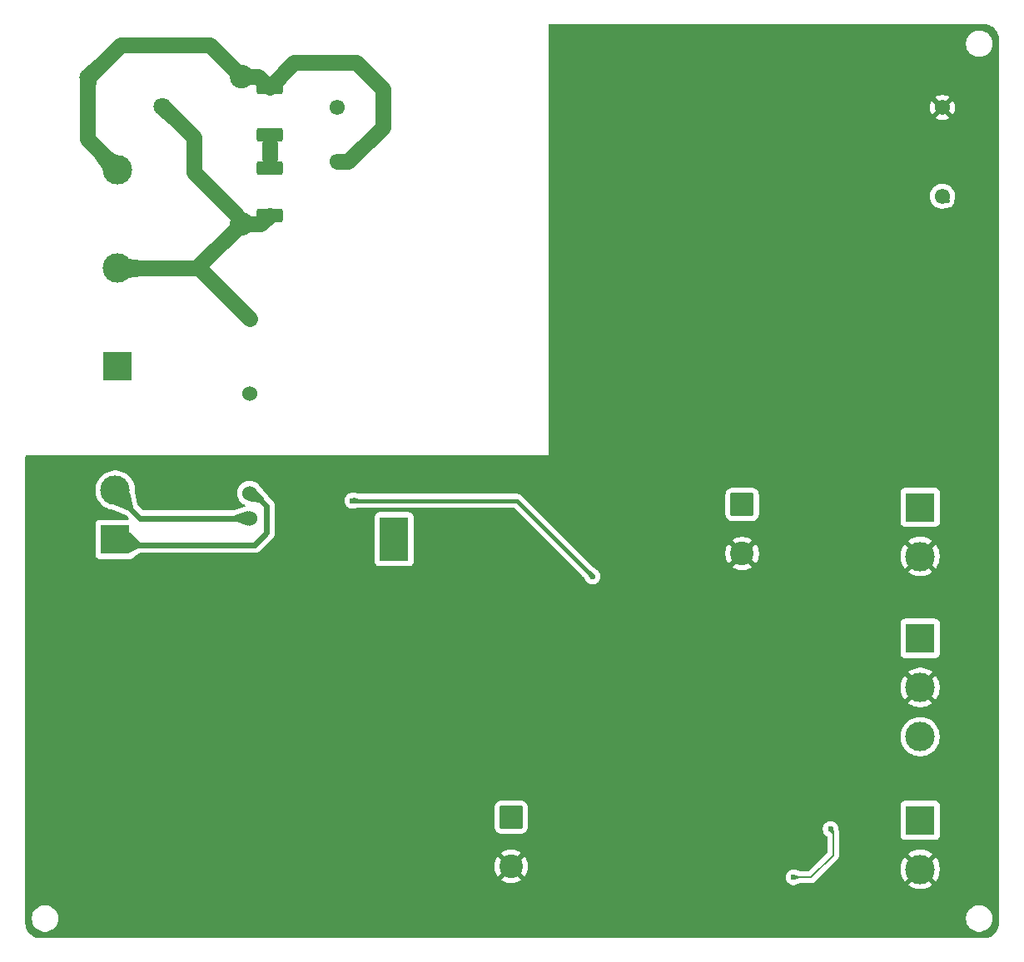
<source format=gbr>
%TF.GenerationSoftware,KiCad,Pcbnew,9.0.2*%
%TF.CreationDate,2025-06-19T15:47:43+12:00*%
%TF.ProjectId,ES-Speed-Box-Power,45532d53-7065-4656-942d-426f782d506f,rev?*%
%TF.SameCoordinates,Original*%
%TF.FileFunction,Copper,L2,Bot*%
%TF.FilePolarity,Positive*%
%FSLAX46Y46*%
G04 Gerber Fmt 4.6, Leading zero omitted, Abs format (unit mm)*
G04 Created by KiCad (PCBNEW 9.0.2) date 2025-06-19 15:47:43*
%MOMM*%
%LPD*%
G01*
G04 APERTURE LIST*
G04 Aperture macros list*
%AMRoundRect*
0 Rectangle with rounded corners*
0 $1 Rounding radius*
0 $2 $3 $4 $5 $6 $7 $8 $9 X,Y pos of 4 corners*
0 Add a 4 corners polygon primitive as box body*
4,1,4,$2,$3,$4,$5,$6,$7,$8,$9,$2,$3,0*
0 Add four circle primitives for the rounded corners*
1,1,$1+$1,$2,$3*
1,1,$1+$1,$4,$5*
1,1,$1+$1,$6,$7*
1,1,$1+$1,$8,$9*
0 Add four rect primitives between the rounded corners*
20,1,$1+$1,$2,$3,$4,$5,0*
20,1,$1+$1,$4,$5,$6,$7,0*
20,1,$1+$1,$6,$7,$8,$9,0*
20,1,$1+$1,$8,$9,$2,$3,0*%
G04 Aperture macros list end*
%TA.AperFunction,ComponentPad*%
%ADD10R,3.000000X3.000000*%
%TD*%
%TA.AperFunction,ComponentPad*%
%ADD11C,3.000000*%
%TD*%
%TA.AperFunction,ComponentPad*%
%ADD12C,0.600000*%
%TD*%
%TA.AperFunction,SMDPad,CuDef*%
%ADD13R,2.950000X4.500000*%
%TD*%
%TA.AperFunction,ComponentPad*%
%ADD14C,2.400000*%
%TD*%
%TA.AperFunction,ComponentPad*%
%ADD15RoundRect,0.250001X-0.949999X0.949999X-0.949999X-0.949999X0.949999X-0.949999X0.949999X0.949999X0*%
%TD*%
%TA.AperFunction,ComponentPad*%
%ADD16C,1.524000*%
%TD*%
%TA.AperFunction,ComponentPad*%
%ADD17C,1.549400*%
%TD*%
%TA.AperFunction,ComponentPad*%
%ADD18C,1.800000*%
%TD*%
%TA.AperFunction,SMDPad,CuDef*%
%ADD19RoundRect,0.249999X1.075001X-0.450001X1.075001X0.450001X-1.075001X0.450001X-1.075001X-0.450001X0*%
%TD*%
%TA.AperFunction,ViaPad*%
%ADD20C,0.600000*%
%TD*%
%TA.AperFunction,Conductor*%
%ADD21C,1.600000*%
%TD*%
%TA.AperFunction,Conductor*%
%ADD22C,0.400000*%
%TD*%
%TA.AperFunction,Conductor*%
%ADD23C,0.600000*%
%TD*%
%TA.AperFunction,Conductor*%
%ADD24C,0.200000*%
%TD*%
G04 APERTURE END LIST*
D10*
%TO.P,J1,1,Pin_1*%
%TO.N,EARTH*%
X51850000Y-72345000D03*
D11*
%TO.P,J1,3,Pin_3*%
%TO.N,PHASE*%
X51850000Y-62345000D03*
%TO.P,J1,5,Pin_5*%
%TO.N,NEUTRAL*%
X51850000Y-52345000D03*
%TD*%
D10*
%TO.P,J4,1,Pin_1*%
%TO.N,+12VDC*%
X133492500Y-86662500D03*
D11*
%TO.P,J4,2,Pin_2*%
%TO.N,GND*%
X133492500Y-91662500D03*
%TD*%
D12*
%TO.P,U2,9,GNDPAD*%
%TO.N,-24VDC*%
X80600000Y-91714998D03*
X80600000Y-90514998D03*
X80600000Y-89214998D03*
X80600000Y-88114998D03*
D13*
X80000000Y-89914998D03*
D12*
X79400000Y-91714998D03*
X79400000Y-90514998D03*
X79400000Y-89214998D03*
X79400000Y-88114998D03*
%TD*%
D10*
%TO.P,J5,1,Pin_1*%
%TO.N,+18VDC*%
X133500000Y-118500000D03*
D11*
%TO.P,J5,2,Pin_2*%
%TO.N,GND*%
X133500000Y-123500000D03*
%TD*%
D14*
%TO.P,C1,1*%
%TO.N,PHASE*%
X64450000Y-57807500D03*
%TO.P,C1,2*%
%TO.N,NEUTRAL*%
X64450000Y-42807500D03*
%TD*%
D15*
%TO.P,C208,1*%
%TO.N,+12VDC*%
X91900000Y-118200000D03*
D14*
%TO.P,C208,2*%
%TO.N,GND*%
X91900000Y-123200000D03*
%TD*%
D16*
%TO.P,S1,1,OUT1*%
%TO.N,PHASE*%
X65304100Y-67462300D03*
%TO.P,S1,2,OUT2*%
%TO.N,PHASE_SWITCHED*%
X65304100Y-75082300D03*
%TO.P,S1,3,IN+*%
%TO.N,/Power - Mains Input & 12V Trigger/TRIGGER+*%
X65304100Y-85242300D03*
%TO.P,S1,4,IN-*%
%TO.N,/Power - Mains Input & 12V Trigger/TRIGGER-*%
X65304100Y-87782300D03*
%TD*%
D15*
%TO.P,C200,1*%
%TO.N,+12VDC*%
X115400000Y-86384785D03*
D14*
%TO.P,C200,2*%
%TO.N,GND*%
X115400000Y-91384785D03*
%TD*%
D17*
%TO.P,U1,1,AC/L*%
%TO.N,PHASE_SWITCHED*%
X74249998Y-46005501D03*
%TO.P,U1,2,AC/N*%
%TO.N,NEUTRAL*%
X74249998Y-51505501D03*
%TO.P,U1,3,V+*%
%TO.N,+12VDC*%
X135750002Y-55005501D03*
%TO.P,U1,4,V-*%
%TO.N,GND*%
X135750002Y-46005501D03*
%TD*%
D18*
%TO.P,RV1,1*%
%TO.N,PHASE*%
X56400000Y-45857500D03*
%TO.P,RV1,2*%
%TO.N,NEUTRAL*%
X48900000Y-42957500D03*
%TD*%
D10*
%TO.P,J2,1,Pin_1*%
%TO.N,/Power - Mains Input & 12V Trigger/TRIGGER+*%
X51636600Y-89932300D03*
D11*
%TO.P,J2,2,Pin_2*%
%TO.N,/Power - Mains Input & 12V Trigger/TRIGGER-*%
X51636600Y-84932300D03*
%TD*%
D10*
%TO.P,J3,1,Pin_1*%
%TO.N,+24VDC*%
X133492500Y-100000000D03*
D11*
%TO.P,J3,2,Pin_2*%
%TO.N,GND*%
X133492500Y-105000000D03*
%TO.P,J3,3,Pin_3*%
%TO.N,-24VDC*%
X133492500Y-110000000D03*
%TD*%
D19*
%TO.P,R2,1*%
%TO.N,Net-(R1-Pad2)*%
X67312500Y-48745000D03*
%TO.P,R2,2*%
%TO.N,NEUTRAL*%
X67312500Y-43945000D03*
%TD*%
%TO.P,R1,1*%
%TO.N,PHASE*%
X67312500Y-56945000D03*
%TO.P,R1,2*%
%TO.N,Net-(R1-Pad2)*%
X67312500Y-52145000D03*
%TD*%
D20*
%TO.N,GND*%
X112886578Y-115886578D03*
X85500000Y-94500000D03*
X96000000Y-106000000D03*
X112800000Y-124325000D03*
X111900000Y-120925000D03*
X115600000Y-114774999D03*
X80750000Y-106000000D03*
X90500000Y-94500000D03*
X88500000Y-92500000D03*
X81750000Y-107000000D03*
X112800000Y-122625000D03*
X95000000Y-106000000D03*
X80750000Y-107000000D03*
X88500000Y-93500000D03*
X89500000Y-92500000D03*
X95000000Y-108000000D03*
X113936578Y-114836578D03*
X111900000Y-122625000D03*
X112800000Y-121825000D03*
X86500000Y-94500000D03*
X90500000Y-93500000D03*
X95000000Y-107000000D03*
X108700000Y-126625000D03*
X121700000Y-121400000D03*
X111900000Y-124325000D03*
X97000000Y-106000000D03*
X111900000Y-121825000D03*
X97000000Y-107000000D03*
X112800000Y-117400000D03*
X81750000Y-106000000D03*
X82750000Y-108000000D03*
X113800000Y-121825000D03*
X96000000Y-108000000D03*
X114800000Y-114774999D03*
X89500000Y-93500000D03*
X81750000Y-108000000D03*
X119200000Y-121400000D03*
X96000000Y-107000000D03*
X113800000Y-124325000D03*
X80750000Y-108000000D03*
X113436578Y-115336578D03*
X89500000Y-94500000D03*
X112800000Y-120925000D03*
X97000000Y-108000000D03*
X113800000Y-123525000D03*
X112800000Y-118300000D03*
X82750000Y-106000000D03*
X113800000Y-120925000D03*
X113800000Y-122625000D03*
X112800000Y-116700000D03*
X112800000Y-123525000D03*
X87500000Y-94500000D03*
X116800000Y-121300000D03*
X111900000Y-123525000D03*
X82750000Y-107000000D03*
X88500000Y-94500000D03*
X90500000Y-92500000D03*
%TO.N,Net-(U2-FB)*%
X100200000Y-93700000D03*
X75750000Y-86000000D03*
%TO.N,+18VDC*%
X120625735Y-124299265D03*
X124400000Y-119400000D03*
%TD*%
D21*
%TO.N,PHASE*%
X65304100Y-67462300D02*
X60186800Y-62345000D01*
X59912500Y-62345000D02*
X64450000Y-57807500D01*
X64450000Y-57807500D02*
X66450000Y-57807500D01*
X59650000Y-49035000D02*
X59650000Y-52607500D01*
X56472500Y-45857500D02*
X59650000Y-49035000D01*
X60186800Y-62345000D02*
X51850000Y-62345000D01*
X51960000Y-62345000D02*
X59912500Y-62345000D01*
X56400000Y-45857500D02*
X56472500Y-45857500D01*
X66450000Y-57807500D02*
X67312500Y-56945000D01*
X59650000Y-52607500D02*
X63950000Y-56907500D01*
%TO.N,NEUTRAL*%
X78825698Y-48025392D02*
X78825698Y-44110184D01*
X48900000Y-42957500D02*
X48850000Y-43007500D01*
X69827699Y-41429801D02*
X67312500Y-43945000D01*
X74249998Y-51505501D02*
X75345589Y-51505501D01*
X48850000Y-43007500D02*
X48850000Y-49234999D01*
X78825698Y-44110184D02*
X76145315Y-41429801D01*
X48850000Y-49234999D02*
X51960000Y-52344999D01*
X75345589Y-51505501D02*
X78825698Y-48025392D01*
X61277500Y-39635000D02*
X52222500Y-39635000D01*
X64450000Y-42807500D02*
X61277500Y-39635000D01*
X52222500Y-39635000D02*
X48900000Y-42957500D01*
X66175000Y-42807500D02*
X67312500Y-43945000D01*
X64450000Y-42807500D02*
X66175000Y-42807500D01*
X76145315Y-41429801D02*
X69827699Y-41429801D01*
D22*
%TO.N,+12VDC*%
X136237501Y-55493000D02*
X135750002Y-55005501D01*
D23*
%TO.N,/Power - Mains Input & 12V Trigger/TRIGGER+*%
X67054100Y-89278515D02*
X65852814Y-90479801D01*
D24*
X65304100Y-85242300D02*
X65776600Y-85242300D01*
D23*
X65776600Y-85242300D02*
X67054100Y-86519800D01*
X65852814Y-90479801D02*
X51866600Y-90479801D01*
X67054100Y-86519800D02*
X67054100Y-89278515D01*
%TO.N,/Power - Mains Input & 12V Trigger/TRIGGER-*%
X65304100Y-87782300D02*
X54169099Y-87782300D01*
X54169099Y-87782300D02*
X51866600Y-85479801D01*
D21*
%TO.N,Net-(R1-Pad2)*%
X67312500Y-49745000D02*
X67312500Y-51145000D01*
D22*
%TO.N,Net-(U2-FB)*%
X92500000Y-86000000D02*
X75750000Y-86000000D01*
X100200000Y-93700000D02*
X92500000Y-86000000D01*
D24*
%TO.N,+18VDC*%
X124650000Y-119650000D02*
X124650000Y-122075000D01*
X124650000Y-122075000D02*
X122425735Y-124299265D01*
X122425735Y-124299265D02*
X120625735Y-124299265D01*
X124400000Y-119400000D02*
X124600000Y-119400000D01*
X124400000Y-119400000D02*
X124650000Y-119650000D01*
%TD*%
%TA.AperFunction,Conductor*%
%TO.N,GND*%
G36*
X141499500Y-128995572D02*
G01*
X141499184Y-129004419D01*
X141484869Y-129204557D01*
X141482351Y-129222068D01*
X141440646Y-129413787D01*
X141435662Y-129430763D01*
X141367090Y-129614609D01*
X141359740Y-129630701D01*
X141265711Y-129802904D01*
X141256146Y-129817789D01*
X141138558Y-129974867D01*
X141126972Y-129988237D01*
X140988237Y-130126972D01*
X140974867Y-130138558D01*
X140817789Y-130256146D01*
X140802904Y-130265711D01*
X140630701Y-130359740D01*
X140614609Y-130367090D01*
X140430763Y-130435662D01*
X140413787Y-130440646D01*
X140222068Y-130482351D01*
X140204557Y-130484869D01*
X140023779Y-130497799D01*
X140004417Y-130499184D01*
X139995572Y-130499500D01*
X44004428Y-130499500D01*
X43995582Y-130499184D01*
X43973622Y-130497613D01*
X43795442Y-130484869D01*
X43777931Y-130482351D01*
X43586212Y-130440646D01*
X43569236Y-130435662D01*
X43385390Y-130367090D01*
X43369298Y-130359740D01*
X43197095Y-130265711D01*
X43182210Y-130256146D01*
X43025132Y-130138558D01*
X43011762Y-130126972D01*
X42873027Y-129988237D01*
X42861441Y-129974867D01*
X42743849Y-129817784D01*
X42734288Y-129802904D01*
X42640259Y-129630701D01*
X42632909Y-129614609D01*
X42572091Y-129451551D01*
X42564334Y-129430755D01*
X42559355Y-129413797D01*
X42517647Y-129222063D01*
X42515130Y-129204556D01*
X42500816Y-129004418D01*
X42500500Y-128995572D01*
X42500500Y-128393713D01*
X43149500Y-128393713D01*
X43149500Y-128606287D01*
X43182754Y-128816243D01*
X43243896Y-129004419D01*
X43248444Y-129018414D01*
X43344951Y-129207820D01*
X43469890Y-129379786D01*
X43620213Y-129530109D01*
X43792179Y-129655048D01*
X43792181Y-129655049D01*
X43792184Y-129655051D01*
X43981588Y-129751557D01*
X44183757Y-129817246D01*
X44393713Y-129850500D01*
X44393714Y-129850500D01*
X44606286Y-129850500D01*
X44606287Y-129850500D01*
X44816243Y-129817246D01*
X45018412Y-129751557D01*
X45207816Y-129655051D01*
X45263480Y-129614609D01*
X45379786Y-129530109D01*
X45379788Y-129530106D01*
X45379792Y-129530104D01*
X45530104Y-129379792D01*
X45530106Y-129379788D01*
X45530109Y-129379786D01*
X45655048Y-129207820D01*
X45655047Y-129207820D01*
X45655051Y-129207816D01*
X45751557Y-129018412D01*
X45817246Y-128816243D01*
X45850500Y-128606287D01*
X45850500Y-128393713D01*
X138149500Y-128393713D01*
X138149500Y-128606287D01*
X138182754Y-128816243D01*
X138243896Y-129004419D01*
X138248444Y-129018414D01*
X138344951Y-129207820D01*
X138469890Y-129379786D01*
X138620213Y-129530109D01*
X138792179Y-129655048D01*
X138792181Y-129655049D01*
X138792184Y-129655051D01*
X138981588Y-129751557D01*
X139183757Y-129817246D01*
X139393713Y-129850500D01*
X139393714Y-129850500D01*
X139606286Y-129850500D01*
X139606287Y-129850500D01*
X139816243Y-129817246D01*
X140018412Y-129751557D01*
X140207816Y-129655051D01*
X140263480Y-129614609D01*
X140379786Y-129530109D01*
X140379788Y-129530106D01*
X140379792Y-129530104D01*
X140530104Y-129379792D01*
X140530106Y-129379788D01*
X140530109Y-129379786D01*
X140655048Y-129207820D01*
X140655047Y-129207820D01*
X140655051Y-129207816D01*
X140751557Y-129018412D01*
X140817246Y-128816243D01*
X140850500Y-128606287D01*
X140850500Y-128393713D01*
X140817246Y-128183757D01*
X140751557Y-127981588D01*
X140655051Y-127792184D01*
X140655049Y-127792181D01*
X140655048Y-127792179D01*
X140530109Y-127620213D01*
X140379786Y-127469890D01*
X140207820Y-127344951D01*
X140018414Y-127248444D01*
X140018413Y-127248443D01*
X140018412Y-127248443D01*
X139816243Y-127182754D01*
X139816241Y-127182753D01*
X139816240Y-127182753D01*
X139654957Y-127157208D01*
X139606287Y-127149500D01*
X139393713Y-127149500D01*
X139345042Y-127157208D01*
X139183760Y-127182753D01*
X138981585Y-127248444D01*
X138792179Y-127344951D01*
X138620213Y-127469890D01*
X138469890Y-127620213D01*
X138344951Y-127792179D01*
X138248444Y-127981585D01*
X138182753Y-128183760D01*
X138149500Y-128393713D01*
X45850500Y-128393713D01*
X45817246Y-128183757D01*
X45751557Y-127981588D01*
X45655051Y-127792184D01*
X45655049Y-127792181D01*
X45655048Y-127792179D01*
X45530109Y-127620213D01*
X45379786Y-127469890D01*
X45207820Y-127344951D01*
X45018414Y-127248444D01*
X45018413Y-127248443D01*
X45018412Y-127248443D01*
X44816243Y-127182754D01*
X44816241Y-127182753D01*
X44816240Y-127182753D01*
X44654957Y-127157208D01*
X44606287Y-127149500D01*
X44393713Y-127149500D01*
X44345042Y-127157208D01*
X44183760Y-127182753D01*
X43981585Y-127248444D01*
X43792179Y-127344951D01*
X43620213Y-127469890D01*
X43469890Y-127620213D01*
X43344951Y-127792179D01*
X43248444Y-127981585D01*
X43182753Y-128183760D01*
X43149500Y-128393713D01*
X42500500Y-128393713D01*
X42500500Y-123088575D01*
X90200000Y-123088575D01*
X90200000Y-123311424D01*
X90229085Y-123532354D01*
X90229088Y-123532367D01*
X90286763Y-123747618D01*
X90372045Y-123953502D01*
X90372054Y-123953520D01*
X90483464Y-124146491D01*
X90483473Y-124146504D01*
X90534040Y-124212403D01*
X90534043Y-124212403D01*
X91335387Y-123411059D01*
X91340889Y-123431591D01*
X91419881Y-123568408D01*
X91531592Y-123680119D01*
X91668409Y-123759111D01*
X91688940Y-123764612D01*
X90887595Y-124565955D01*
X90887595Y-124565956D01*
X90953507Y-124616533D01*
X91146485Y-124727949D01*
X91146497Y-124727954D01*
X91352381Y-124813236D01*
X91567632Y-124870911D01*
X91567645Y-124870914D01*
X91788575Y-124900000D01*
X92011425Y-124900000D01*
X92232354Y-124870914D01*
X92232367Y-124870911D01*
X92447618Y-124813236D01*
X92653502Y-124727954D01*
X92653514Y-124727949D01*
X92846498Y-124616530D01*
X92912403Y-124565957D01*
X92912404Y-124565956D01*
X92566866Y-124220418D01*
X119825235Y-124220418D01*
X119825235Y-124378111D01*
X119855996Y-124532754D01*
X119855999Y-124532766D01*
X119916337Y-124678437D01*
X119916344Y-124678450D01*
X120003945Y-124809553D01*
X120003948Y-124809557D01*
X120115442Y-124921051D01*
X120115446Y-124921054D01*
X120246549Y-125008655D01*
X120246562Y-125008662D01*
X120365920Y-125058101D01*
X120392238Y-125069002D01*
X120546888Y-125099764D01*
X120546891Y-125099765D01*
X120546893Y-125099765D01*
X120704579Y-125099765D01*
X120704580Y-125099764D01*
X120859232Y-125069002D01*
X120880699Y-125060108D01*
X120885855Y-125058107D01*
X121302092Y-124907191D01*
X121344359Y-124899765D01*
X122339066Y-124899765D01*
X122339082Y-124899766D01*
X122346678Y-124899766D01*
X122504789Y-124899766D01*
X122504792Y-124899766D01*
X122657520Y-124858842D01*
X122714675Y-124825843D01*
X122794451Y-124779785D01*
X122906255Y-124667981D01*
X122906255Y-124667979D01*
X122916459Y-124657776D01*
X122916462Y-124657771D01*
X124205330Y-123368905D01*
X131500000Y-123368905D01*
X131500000Y-123631094D01*
X131534220Y-123891009D01*
X131534222Y-123891020D01*
X131602075Y-124144255D01*
X131702404Y-124386471D01*
X131702409Y-124386482D01*
X131833488Y-124613516D01*
X131833494Y-124613524D01*
X131920080Y-124726365D01*
X132898958Y-123747487D01*
X132923978Y-123807890D01*
X132995112Y-123914351D01*
X133085649Y-124004888D01*
X133192110Y-124076022D01*
X133252511Y-124101041D01*
X132273633Y-125079917D01*
X132273633Y-125079918D01*
X132386475Y-125166505D01*
X132386483Y-125166511D01*
X132613517Y-125297590D01*
X132613528Y-125297595D01*
X132855744Y-125397924D01*
X133108979Y-125465777D01*
X133108990Y-125465779D01*
X133368905Y-125499999D01*
X133368920Y-125500000D01*
X133631080Y-125500000D01*
X133631094Y-125499999D01*
X133891009Y-125465779D01*
X133891020Y-125465777D01*
X134144255Y-125397924D01*
X134386471Y-125297595D01*
X134386482Y-125297590D01*
X134613516Y-125166511D01*
X134613534Y-125166499D01*
X134726365Y-125079919D01*
X134726365Y-125079917D01*
X133747488Y-124101041D01*
X133807890Y-124076022D01*
X133914351Y-124004888D01*
X134004888Y-123914351D01*
X134076022Y-123807890D01*
X134101041Y-123747489D01*
X135079917Y-124726365D01*
X135079919Y-124726365D01*
X135166499Y-124613534D01*
X135166511Y-124613516D01*
X135297590Y-124386482D01*
X135297595Y-124386471D01*
X135397924Y-124144255D01*
X135465777Y-123891020D01*
X135465779Y-123891009D01*
X135499999Y-123631094D01*
X135500000Y-123631080D01*
X135500000Y-123368919D01*
X135499999Y-123368905D01*
X135465779Y-123108990D01*
X135465777Y-123108979D01*
X135397924Y-122855744D01*
X135297595Y-122613528D01*
X135297590Y-122613517D01*
X135166511Y-122386483D01*
X135166505Y-122386475D01*
X135079918Y-122273633D01*
X135079917Y-122273633D01*
X134101041Y-123252510D01*
X134076022Y-123192110D01*
X134004888Y-123085649D01*
X133914351Y-122995112D01*
X133807890Y-122923978D01*
X133747487Y-122898957D01*
X134726365Y-121920080D01*
X134613524Y-121833494D01*
X134613516Y-121833488D01*
X134386482Y-121702409D01*
X134386471Y-121702404D01*
X134144255Y-121602075D01*
X133891020Y-121534222D01*
X133891009Y-121534220D01*
X133631094Y-121500000D01*
X133368905Y-121500000D01*
X133108990Y-121534220D01*
X133108979Y-121534222D01*
X132855744Y-121602075D01*
X132613528Y-121702404D01*
X132613517Y-121702409D01*
X132386471Y-121833496D01*
X132273633Y-121920079D01*
X132273633Y-121920080D01*
X133252511Y-122898958D01*
X133192110Y-122923978D01*
X133085649Y-122995112D01*
X132995112Y-123085649D01*
X132923978Y-123192110D01*
X132898958Y-123252511D01*
X131920080Y-122273633D01*
X131920079Y-122273633D01*
X131833496Y-122386471D01*
X131702409Y-122613517D01*
X131702404Y-122613528D01*
X131602075Y-122855744D01*
X131534222Y-123108979D01*
X131534220Y-123108990D01*
X131500000Y-123368905D01*
X124205330Y-123368905D01*
X125130520Y-122443716D01*
X125209577Y-122306784D01*
X125250501Y-122154057D01*
X125250501Y-121995942D01*
X125250501Y-121988347D01*
X125250500Y-121988329D01*
X125250500Y-119855888D01*
X125250607Y-119850731D01*
X125250608Y-119850701D01*
X125251606Y-119826736D01*
X125251134Y-119822084D01*
X125250500Y-119809562D01*
X125250500Y-119570945D01*
X125250500Y-119570943D01*
X125213041Y-119431145D01*
X125209453Y-119411593D01*
X125201134Y-119329652D01*
X125200814Y-119323340D01*
X125200500Y-119320953D01*
X125200500Y-119320943D01*
X125200497Y-119320932D01*
X125199641Y-119314425D01*
X125199221Y-119310826D01*
X125198445Y-119303171D01*
X125195606Y-119280376D01*
X125195449Y-119279313D01*
X125178266Y-119203688D01*
X125178263Y-119203683D01*
X125178137Y-119203125D01*
X125173946Y-119187663D01*
X125169737Y-119166503D01*
X125154651Y-119130082D01*
X125109397Y-119020827D01*
X125109390Y-119020814D01*
X125021789Y-118889711D01*
X125021786Y-118889707D01*
X124910292Y-118778213D01*
X124910288Y-118778210D01*
X124779185Y-118690609D01*
X124779172Y-118690602D01*
X124633501Y-118630264D01*
X124633489Y-118630261D01*
X124478845Y-118599500D01*
X124478842Y-118599500D01*
X124321158Y-118599500D01*
X124321155Y-118599500D01*
X124166510Y-118630261D01*
X124166498Y-118630264D01*
X124020827Y-118690602D01*
X124020814Y-118690609D01*
X123889711Y-118778210D01*
X123889707Y-118778213D01*
X123778213Y-118889707D01*
X123778210Y-118889711D01*
X123690609Y-119020814D01*
X123690602Y-119020827D01*
X123630264Y-119166498D01*
X123630261Y-119166510D01*
X123599500Y-119321153D01*
X123599500Y-119478846D01*
X123630261Y-119633489D01*
X123630264Y-119633501D01*
X123690602Y-119779172D01*
X123690609Y-119779185D01*
X123778210Y-119910288D01*
X123778213Y-119910292D01*
X123889704Y-120021783D01*
X123889709Y-120021787D01*
X123889711Y-120021789D01*
X123905967Y-120032651D01*
X123908903Y-120034613D01*
X123917598Y-120040987D01*
X123923301Y-120045562D01*
X123935731Y-120058202D01*
X124001879Y-120108593D01*
X124003089Y-120109564D01*
X124022215Y-120136979D01*
X124042042Y-120163935D01*
X124042386Y-120165893D01*
X124043066Y-120166867D01*
X124043205Y-120170543D01*
X124049500Y-120206290D01*
X124049500Y-121774902D01*
X124029815Y-121841941D01*
X124013181Y-121862583D01*
X122213319Y-123662446D01*
X122151996Y-123695931D01*
X122125638Y-123698765D01*
X121344360Y-123698765D01*
X121302093Y-123691339D01*
X120887225Y-123540917D01*
X120887191Y-123540905D01*
X120883251Y-123539477D01*
X120859232Y-123529528D01*
X120845726Y-123526841D01*
X120833913Y-123523044D01*
X120832255Y-123522577D01*
X120735528Y-123504642D01*
X120731333Y-123504087D01*
X120727027Y-123503230D01*
X120704577Y-123498765D01*
X120546893Y-123498765D01*
X120546890Y-123498765D01*
X120392245Y-123529526D01*
X120392233Y-123529529D01*
X120246562Y-123589867D01*
X120246549Y-123589874D01*
X120115446Y-123677475D01*
X120115442Y-123677478D01*
X120003948Y-123788972D01*
X120003945Y-123788976D01*
X119916344Y-123920079D01*
X119916337Y-123920092D01*
X119855999Y-124065763D01*
X119855996Y-124065775D01*
X119825235Y-124220418D01*
X92566866Y-124220418D01*
X92111059Y-123764612D01*
X92131591Y-123759111D01*
X92268408Y-123680119D01*
X92380119Y-123568408D01*
X92459111Y-123431591D01*
X92464612Y-123411059D01*
X93265956Y-124212404D01*
X93265957Y-124212403D01*
X93316525Y-124146504D01*
X93316534Y-124146491D01*
X93427949Y-123953514D01*
X93427954Y-123953502D01*
X93513236Y-123747618D01*
X93570911Y-123532367D01*
X93570914Y-123532354D01*
X93600000Y-123311424D01*
X93600000Y-123088575D01*
X93570914Y-122867645D01*
X93570911Y-122867632D01*
X93513236Y-122652381D01*
X93427954Y-122446497D01*
X93427949Y-122446485D01*
X93316533Y-122253507D01*
X93265956Y-122187595D01*
X93265955Y-122187595D01*
X92464612Y-122988939D01*
X92459111Y-122968409D01*
X92380119Y-122831592D01*
X92268408Y-122719881D01*
X92131591Y-122640889D01*
X92111058Y-122635387D01*
X92912403Y-121834043D01*
X92912403Y-121834040D01*
X92846504Y-121783473D01*
X92846491Y-121783464D01*
X92653520Y-121672054D01*
X92653502Y-121672045D01*
X92447618Y-121586763D01*
X92232367Y-121529088D01*
X92232354Y-121529085D01*
X92011425Y-121500000D01*
X91788575Y-121500000D01*
X91567645Y-121529085D01*
X91567632Y-121529088D01*
X91352381Y-121586763D01*
X91146497Y-121672045D01*
X91146479Y-121672054D01*
X90953511Y-121783462D01*
X90887595Y-121834042D01*
X91688941Y-122635387D01*
X91668409Y-122640889D01*
X91531592Y-122719881D01*
X91419881Y-122831592D01*
X91340889Y-122968409D01*
X91335387Y-122988940D01*
X90534042Y-122187595D01*
X90483462Y-122253511D01*
X90372054Y-122446479D01*
X90372045Y-122446497D01*
X90286763Y-122652381D01*
X90229088Y-122867632D01*
X90229085Y-122867645D01*
X90200000Y-123088575D01*
X42500500Y-123088575D01*
X42500500Y-117199984D01*
X90199500Y-117199984D01*
X90199500Y-119200015D01*
X90210000Y-119302795D01*
X90210001Y-119302797D01*
X90218900Y-119329652D01*
X90265186Y-119469335D01*
X90265187Y-119469337D01*
X90357286Y-119618651D01*
X90357289Y-119618655D01*
X90481344Y-119742710D01*
X90481348Y-119742713D01*
X90630662Y-119834812D01*
X90630664Y-119834813D01*
X90630666Y-119834814D01*
X90797203Y-119889999D01*
X90899992Y-119900500D01*
X90899997Y-119900500D01*
X92900003Y-119900500D01*
X92900008Y-119900500D01*
X93002797Y-119889999D01*
X93169334Y-119834814D01*
X93318655Y-119742711D01*
X93442711Y-119618655D01*
X93534814Y-119469334D01*
X93589999Y-119302797D01*
X93600500Y-119200008D01*
X93600500Y-117199992D01*
X93589999Y-117097203D01*
X93541928Y-116952135D01*
X131499500Y-116952135D01*
X131499500Y-120047870D01*
X131499501Y-120047876D01*
X131505908Y-120107483D01*
X131556202Y-120242328D01*
X131556206Y-120242335D01*
X131642452Y-120357544D01*
X131642455Y-120357547D01*
X131757664Y-120443793D01*
X131757671Y-120443797D01*
X131892517Y-120494091D01*
X131892516Y-120494091D01*
X131899444Y-120494835D01*
X131952127Y-120500500D01*
X135047872Y-120500499D01*
X135107483Y-120494091D01*
X135242331Y-120443796D01*
X135357546Y-120357546D01*
X135443796Y-120242331D01*
X135494091Y-120107483D01*
X135500500Y-120047873D01*
X135500499Y-116952128D01*
X135494091Y-116892517D01*
X135443796Y-116757669D01*
X135443795Y-116757668D01*
X135443793Y-116757664D01*
X135357547Y-116642455D01*
X135357544Y-116642452D01*
X135242335Y-116556206D01*
X135242328Y-116556202D01*
X135107482Y-116505908D01*
X135107483Y-116505908D01*
X135047883Y-116499501D01*
X135047881Y-116499500D01*
X135047873Y-116499500D01*
X135047864Y-116499500D01*
X131952129Y-116499500D01*
X131952123Y-116499501D01*
X131892516Y-116505908D01*
X131757671Y-116556202D01*
X131757664Y-116556206D01*
X131642455Y-116642452D01*
X131642452Y-116642455D01*
X131556206Y-116757664D01*
X131556202Y-116757671D01*
X131505908Y-116892517D01*
X131501807Y-116930666D01*
X131499501Y-116952123D01*
X131499500Y-116952135D01*
X93541928Y-116952135D01*
X93534814Y-116930666D01*
X93511283Y-116892517D01*
X93442713Y-116781348D01*
X93442710Y-116781344D01*
X93318655Y-116657289D01*
X93318651Y-116657286D01*
X93169337Y-116565187D01*
X93169335Y-116565186D01*
X93086065Y-116537593D01*
X93002797Y-116510001D01*
X93002795Y-116510000D01*
X92900015Y-116499500D01*
X92900008Y-116499500D01*
X90899992Y-116499500D01*
X90899984Y-116499500D01*
X90797204Y-116510000D01*
X90797203Y-116510001D01*
X90630664Y-116565186D01*
X90630662Y-116565187D01*
X90481348Y-116657286D01*
X90481344Y-116657289D01*
X90357289Y-116781344D01*
X90357286Y-116781348D01*
X90265187Y-116930662D01*
X90265186Y-116930664D01*
X90210001Y-117097203D01*
X90210000Y-117097204D01*
X90199500Y-117199984D01*
X42500500Y-117199984D01*
X42500500Y-109868872D01*
X131492000Y-109868872D01*
X131492000Y-110131127D01*
X131518623Y-110333339D01*
X131526230Y-110391116D01*
X131594102Y-110644418D01*
X131594105Y-110644428D01*
X131694453Y-110886690D01*
X131694458Y-110886700D01*
X131825575Y-111113803D01*
X131985218Y-111321851D01*
X131985226Y-111321860D01*
X132170640Y-111507274D01*
X132170648Y-111507281D01*
X132378696Y-111666924D01*
X132605799Y-111798041D01*
X132605809Y-111798046D01*
X132848071Y-111898394D01*
X132848081Y-111898398D01*
X133101384Y-111966270D01*
X133361380Y-112000500D01*
X133361387Y-112000500D01*
X133623613Y-112000500D01*
X133623620Y-112000500D01*
X133883616Y-111966270D01*
X134136919Y-111898398D01*
X134379197Y-111798043D01*
X134606303Y-111666924D01*
X134814351Y-111507282D01*
X134814355Y-111507277D01*
X134814360Y-111507274D01*
X134999774Y-111321860D01*
X134999777Y-111321855D01*
X134999782Y-111321851D01*
X135159424Y-111113803D01*
X135290543Y-110886697D01*
X135390898Y-110644419D01*
X135458770Y-110391116D01*
X135493000Y-110131120D01*
X135493000Y-109868880D01*
X135458770Y-109608884D01*
X135390898Y-109355581D01*
X135390894Y-109355571D01*
X135290546Y-109113309D01*
X135290541Y-109113299D01*
X135159424Y-108886196D01*
X134999781Y-108678148D01*
X134999774Y-108678140D01*
X134814360Y-108492726D01*
X134814351Y-108492718D01*
X134606303Y-108333075D01*
X134379200Y-108201958D01*
X134379190Y-108201953D01*
X134136928Y-108101605D01*
X134136921Y-108101603D01*
X134136919Y-108101602D01*
X133883616Y-108033730D01*
X133825839Y-108026123D01*
X133623627Y-107999500D01*
X133623620Y-107999500D01*
X133361380Y-107999500D01*
X133361372Y-107999500D01*
X133130272Y-108029926D01*
X133101384Y-108033730D01*
X132848081Y-108101602D01*
X132848071Y-108101605D01*
X132605809Y-108201953D01*
X132605799Y-108201958D01*
X132378696Y-108333075D01*
X132170648Y-108492718D01*
X131985218Y-108678148D01*
X131825575Y-108886196D01*
X131694458Y-109113299D01*
X131694453Y-109113309D01*
X131594105Y-109355571D01*
X131594102Y-109355581D01*
X131526230Y-109608885D01*
X131492000Y-109868872D01*
X42500500Y-109868872D01*
X42500500Y-104868905D01*
X131492500Y-104868905D01*
X131492500Y-105131094D01*
X131526720Y-105391009D01*
X131526722Y-105391020D01*
X131594575Y-105644255D01*
X131694904Y-105886471D01*
X131694909Y-105886482D01*
X131825988Y-106113516D01*
X131825994Y-106113524D01*
X131912580Y-106226365D01*
X132891458Y-105247487D01*
X132916478Y-105307890D01*
X132987612Y-105414351D01*
X133078149Y-105504888D01*
X133184610Y-105576022D01*
X133245011Y-105601041D01*
X132266133Y-106579917D01*
X132266133Y-106579918D01*
X132378975Y-106666505D01*
X132378983Y-106666511D01*
X132606017Y-106797590D01*
X132606028Y-106797595D01*
X132848244Y-106897924D01*
X133101479Y-106965777D01*
X133101490Y-106965779D01*
X133361405Y-106999999D01*
X133361420Y-107000000D01*
X133623580Y-107000000D01*
X133623594Y-106999999D01*
X133883509Y-106965779D01*
X133883520Y-106965777D01*
X134136755Y-106897924D01*
X134378971Y-106797595D01*
X134378982Y-106797590D01*
X134606016Y-106666511D01*
X134606034Y-106666499D01*
X134718865Y-106579919D01*
X134718865Y-106579917D01*
X133739988Y-105601041D01*
X133800390Y-105576022D01*
X133906851Y-105504888D01*
X133997388Y-105414351D01*
X134068522Y-105307890D01*
X134093541Y-105247488D01*
X135072417Y-106226365D01*
X135072419Y-106226365D01*
X135158999Y-106113534D01*
X135159011Y-106113516D01*
X135290090Y-105886482D01*
X135290095Y-105886471D01*
X135390424Y-105644255D01*
X135458277Y-105391020D01*
X135458279Y-105391009D01*
X135492499Y-105131094D01*
X135492500Y-105131080D01*
X135492500Y-104868919D01*
X135492499Y-104868905D01*
X135458279Y-104608990D01*
X135458277Y-104608979D01*
X135390424Y-104355744D01*
X135290095Y-104113528D01*
X135290090Y-104113517D01*
X135159011Y-103886483D01*
X135159005Y-103886475D01*
X135072418Y-103773633D01*
X135072417Y-103773633D01*
X134093541Y-104752510D01*
X134068522Y-104692110D01*
X133997388Y-104585649D01*
X133906851Y-104495112D01*
X133800390Y-104423978D01*
X133739987Y-104398957D01*
X134718865Y-103420080D01*
X134606024Y-103333494D01*
X134606016Y-103333488D01*
X134378982Y-103202409D01*
X134378971Y-103202404D01*
X134136755Y-103102075D01*
X133883520Y-103034222D01*
X133883509Y-103034220D01*
X133623594Y-103000000D01*
X133361405Y-103000000D01*
X133101490Y-103034220D01*
X133101479Y-103034222D01*
X132848244Y-103102075D01*
X132606028Y-103202404D01*
X132606017Y-103202409D01*
X132378971Y-103333496D01*
X132266133Y-103420079D01*
X132266133Y-103420080D01*
X133245011Y-104398958D01*
X133184610Y-104423978D01*
X133078149Y-104495112D01*
X132987612Y-104585649D01*
X132916478Y-104692110D01*
X132891458Y-104752511D01*
X131912580Y-103773633D01*
X131912579Y-103773633D01*
X131825996Y-103886471D01*
X131694909Y-104113517D01*
X131694904Y-104113528D01*
X131594575Y-104355744D01*
X131526722Y-104608979D01*
X131526720Y-104608990D01*
X131492500Y-104868905D01*
X42500500Y-104868905D01*
X42500500Y-98452135D01*
X131492000Y-98452135D01*
X131492000Y-101547870D01*
X131492001Y-101547876D01*
X131498408Y-101607483D01*
X131548702Y-101742328D01*
X131548706Y-101742335D01*
X131634952Y-101857544D01*
X131634955Y-101857547D01*
X131750164Y-101943793D01*
X131750171Y-101943797D01*
X131885017Y-101994091D01*
X131885016Y-101994091D01*
X131891944Y-101994835D01*
X131944627Y-102000500D01*
X135040372Y-102000499D01*
X135099983Y-101994091D01*
X135234831Y-101943796D01*
X135350046Y-101857546D01*
X135436296Y-101742331D01*
X135486591Y-101607483D01*
X135493000Y-101547873D01*
X135492999Y-98452128D01*
X135486591Y-98392517D01*
X135436296Y-98257669D01*
X135436295Y-98257668D01*
X135436293Y-98257664D01*
X135350047Y-98142455D01*
X135350044Y-98142452D01*
X135234835Y-98056206D01*
X135234828Y-98056202D01*
X135099982Y-98005908D01*
X135099983Y-98005908D01*
X135040383Y-97999501D01*
X135040381Y-97999500D01*
X135040373Y-97999500D01*
X135040364Y-97999500D01*
X131944629Y-97999500D01*
X131944623Y-97999501D01*
X131885016Y-98005908D01*
X131750171Y-98056202D01*
X131750164Y-98056206D01*
X131634955Y-98142452D01*
X131634952Y-98142455D01*
X131548706Y-98257664D01*
X131548702Y-98257671D01*
X131498408Y-98392517D01*
X131492001Y-98452116D01*
X131492001Y-98452123D01*
X131492000Y-98452135D01*
X42500500Y-98452135D01*
X42500500Y-84801172D01*
X49636100Y-84801172D01*
X49636100Y-85063427D01*
X49658066Y-85230263D01*
X49670330Y-85323416D01*
X49738202Y-85576718D01*
X49738205Y-85576728D01*
X49838553Y-85818990D01*
X49838558Y-85819000D01*
X49969675Y-86046103D01*
X50129318Y-86254151D01*
X50129326Y-86254160D01*
X50314740Y-86439574D01*
X50314748Y-86439581D01*
X50314749Y-86439582D01*
X50324668Y-86447193D01*
X50522796Y-86599224D01*
X50749899Y-86730341D01*
X50749909Y-86730346D01*
X50992171Y-86830694D01*
X50992181Y-86830698D01*
X51245484Y-86898570D01*
X51449466Y-86925424D01*
X51459949Y-86926805D01*
X51493800Y-86936287D01*
X51552365Y-86962115D01*
X52719843Y-87476989D01*
X52757486Y-87502764D01*
X52974841Y-87720119D01*
X53008326Y-87781442D01*
X53003342Y-87851134D01*
X52961470Y-87907067D01*
X52896006Y-87931484D01*
X52887160Y-87931800D01*
X50088729Y-87931800D01*
X50088723Y-87931801D01*
X50029116Y-87938208D01*
X49894271Y-87988502D01*
X49894264Y-87988506D01*
X49779055Y-88074752D01*
X49779052Y-88074755D01*
X49692806Y-88189964D01*
X49692802Y-88189971D01*
X49642508Y-88324817D01*
X49636101Y-88384416D01*
X49636100Y-88384435D01*
X49636100Y-91480170D01*
X49636101Y-91480176D01*
X49642508Y-91539783D01*
X49692802Y-91674628D01*
X49692806Y-91674635D01*
X49779052Y-91789844D01*
X49779055Y-91789847D01*
X49894264Y-91876093D01*
X49894271Y-91876097D01*
X50029117Y-91926391D01*
X50029116Y-91926391D01*
X50036044Y-91927135D01*
X50088727Y-91932800D01*
X53184472Y-91932799D01*
X53244083Y-91926391D01*
X53378931Y-91876096D01*
X53494146Y-91789846D01*
X53580396Y-91674631D01*
X53585405Y-91661198D01*
X53627273Y-91605265D01*
X53645708Y-91593834D01*
X54240498Y-91293603D01*
X54296374Y-91280301D01*
X65931658Y-91280301D01*
X65931659Y-91280300D01*
X66086311Y-91249538D01*
X66231993Y-91189195D01*
X66363103Y-91101590D01*
X67675889Y-89788804D01*
X67763494Y-89657694D01*
X67823837Y-89512012D01*
X67854600Y-89357357D01*
X67854600Y-89199673D01*
X67854600Y-87617133D01*
X78024500Y-87617133D01*
X78024500Y-92212868D01*
X78024501Y-92212874D01*
X78030908Y-92272481D01*
X78081202Y-92407326D01*
X78081206Y-92407333D01*
X78167452Y-92522542D01*
X78167455Y-92522545D01*
X78282664Y-92608791D01*
X78282671Y-92608795D01*
X78417517Y-92659089D01*
X78417516Y-92659089D01*
X78424444Y-92659833D01*
X78477127Y-92665498D01*
X81522872Y-92665497D01*
X81582483Y-92659089D01*
X81717331Y-92608794D01*
X81832546Y-92522544D01*
X81918796Y-92407329D01*
X81969091Y-92272481D01*
X81975500Y-92212871D01*
X81975499Y-87617126D01*
X81969091Y-87557515D01*
X81948670Y-87502764D01*
X81918797Y-87422669D01*
X81918793Y-87422662D01*
X81832547Y-87307453D01*
X81832544Y-87307450D01*
X81717335Y-87221204D01*
X81717328Y-87221200D01*
X81582482Y-87170906D01*
X81582483Y-87170906D01*
X81522883Y-87164499D01*
X81522881Y-87164498D01*
X81522873Y-87164498D01*
X81522864Y-87164498D01*
X78477129Y-87164498D01*
X78477123Y-87164499D01*
X78417516Y-87170906D01*
X78282671Y-87221200D01*
X78282664Y-87221204D01*
X78167455Y-87307450D01*
X78167452Y-87307453D01*
X78081206Y-87422662D01*
X78081202Y-87422669D01*
X78030908Y-87557515D01*
X78024501Y-87617114D01*
X78024501Y-87617121D01*
X78024500Y-87617133D01*
X67854600Y-87617133D01*
X67854600Y-86440958D01*
X67854600Y-86440955D01*
X67854599Y-86440953D01*
X67849274Y-86414182D01*
X67823837Y-86286303D01*
X67790276Y-86205278D01*
X67763497Y-86140627D01*
X67763490Y-86140614D01*
X67675889Y-86009511D01*
X67675886Y-86009507D01*
X67669131Y-86002752D01*
X67669126Y-86002748D01*
X67587531Y-85921153D01*
X74949500Y-85921153D01*
X74949500Y-86078846D01*
X74980261Y-86233489D01*
X74980264Y-86233501D01*
X75040602Y-86379172D01*
X75040609Y-86379185D01*
X75128210Y-86510288D01*
X75128213Y-86510292D01*
X75239707Y-86621786D01*
X75239711Y-86621789D01*
X75370814Y-86709390D01*
X75370827Y-86709397D01*
X75437031Y-86736819D01*
X75516503Y-86769737D01*
X75633921Y-86793093D01*
X75671153Y-86800499D01*
X75671156Y-86800500D01*
X75671158Y-86800500D01*
X75828842Y-86800500D01*
X75866078Y-86793092D01*
X75886390Y-86790771D01*
X75893418Y-86790550D01*
X75907337Y-86790115D01*
X76406120Y-86702374D01*
X76427603Y-86700500D01*
X92158481Y-86700500D01*
X92225520Y-86720185D01*
X92246162Y-86736819D01*
X99225526Y-93716182D01*
X99239391Y-93732698D01*
X99482209Y-94079179D01*
X99530049Y-94147442D01*
X99559215Y-94185143D01*
X99559219Y-94185147D01*
X99559856Y-94185826D01*
X99572513Y-94201762D01*
X99578211Y-94210289D01*
X99689708Y-94321786D01*
X99689712Y-94321790D01*
X99820814Y-94409390D01*
X99820827Y-94409397D01*
X99966498Y-94469735D01*
X99966503Y-94469737D01*
X100121153Y-94500499D01*
X100121156Y-94500500D01*
X100121158Y-94500500D01*
X100278844Y-94500500D01*
X100278845Y-94500499D01*
X100433497Y-94469737D01*
X100579179Y-94409394D01*
X100710289Y-94321789D01*
X100821789Y-94210289D01*
X100909394Y-94079179D01*
X100969737Y-93933497D01*
X101000500Y-93778842D01*
X101000500Y-93621158D01*
X101000500Y-93621155D01*
X101000499Y-93621153D01*
X100969738Y-93466510D01*
X100969737Y-93466503D01*
X100967081Y-93460090D01*
X100909397Y-93320827D01*
X100909390Y-93320814D01*
X100821789Y-93189711D01*
X100821786Y-93189707D01*
X100710292Y-93078213D01*
X100710288Y-93078210D01*
X100678725Y-93057120D01*
X100662728Y-93044406D01*
X100647442Y-93030049D01*
X100284970Y-92776024D01*
X100232698Y-92739391D01*
X100216182Y-92725526D01*
X98764016Y-91273360D01*
X113700000Y-91273360D01*
X113700000Y-91496209D01*
X113729085Y-91717139D01*
X113729088Y-91717152D01*
X113786763Y-91932403D01*
X113872045Y-92138287D01*
X113872054Y-92138305D01*
X113983464Y-92331276D01*
X113983473Y-92331289D01*
X114034040Y-92397188D01*
X114034043Y-92397188D01*
X114835387Y-91595844D01*
X114840889Y-91616376D01*
X114919881Y-91753193D01*
X115031592Y-91864904D01*
X115168409Y-91943896D01*
X115188940Y-91949397D01*
X114387595Y-92750740D01*
X114387595Y-92750741D01*
X114453507Y-92801318D01*
X114646485Y-92912734D01*
X114646497Y-92912739D01*
X114852381Y-92998021D01*
X115067632Y-93055696D01*
X115067645Y-93055699D01*
X115288575Y-93084785D01*
X115511425Y-93084785D01*
X115612138Y-93071526D01*
X115732354Y-93055699D01*
X115732367Y-93055696D01*
X115947618Y-92998021D01*
X116153502Y-92912739D01*
X116153514Y-92912734D01*
X116346498Y-92801315D01*
X116412403Y-92750742D01*
X116412404Y-92750741D01*
X115611059Y-91949397D01*
X115631591Y-91943896D01*
X115768408Y-91864904D01*
X115880119Y-91753193D01*
X115959111Y-91616376D01*
X115964612Y-91595844D01*
X116765956Y-92397189D01*
X116765957Y-92397188D01*
X116816530Y-92331283D01*
X116927949Y-92138299D01*
X116927954Y-92138287D01*
X117013236Y-91932403D01*
X117070911Y-91717152D01*
X117070914Y-91717139D01*
X117095366Y-91531405D01*
X131492500Y-91531405D01*
X131492500Y-91793594D01*
X131526720Y-92053509D01*
X131526722Y-92053520D01*
X131594575Y-92306755D01*
X131694904Y-92548971D01*
X131694909Y-92548982D01*
X131825988Y-92776016D01*
X131825994Y-92776024D01*
X131912580Y-92888865D01*
X132891458Y-91909987D01*
X132916478Y-91970390D01*
X132987612Y-92076851D01*
X133078149Y-92167388D01*
X133184610Y-92238522D01*
X133245011Y-92263541D01*
X132266133Y-93242417D01*
X132266133Y-93242418D01*
X132378975Y-93329005D01*
X132378983Y-93329011D01*
X132606017Y-93460090D01*
X132606028Y-93460095D01*
X132848244Y-93560424D01*
X133101479Y-93628277D01*
X133101490Y-93628279D01*
X133361405Y-93662499D01*
X133361420Y-93662500D01*
X133623580Y-93662500D01*
X133623594Y-93662499D01*
X133883509Y-93628279D01*
X133883520Y-93628277D01*
X134136755Y-93560424D01*
X134378971Y-93460095D01*
X134378982Y-93460090D01*
X134606016Y-93329011D01*
X134606034Y-93328999D01*
X134718865Y-93242419D01*
X134718865Y-93242417D01*
X133739988Y-92263541D01*
X133800390Y-92238522D01*
X133906851Y-92167388D01*
X133997388Y-92076851D01*
X134068522Y-91970390D01*
X134093541Y-91909988D01*
X135072417Y-92888865D01*
X135072419Y-92888865D01*
X135158999Y-92776034D01*
X135159011Y-92776016D01*
X135290090Y-92548982D01*
X135290095Y-92548971D01*
X135390424Y-92306755D01*
X135458277Y-92053520D01*
X135458279Y-92053509D01*
X135492499Y-91793594D01*
X135492500Y-91793580D01*
X135492500Y-91531419D01*
X135492499Y-91531405D01*
X135458279Y-91271490D01*
X135458277Y-91271479D01*
X135390424Y-91018244D01*
X135290095Y-90776028D01*
X135290090Y-90776017D01*
X135159011Y-90548983D01*
X135159005Y-90548975D01*
X135072418Y-90436133D01*
X135072417Y-90436133D01*
X134093541Y-91415010D01*
X134068522Y-91354610D01*
X133997388Y-91248149D01*
X133906851Y-91157612D01*
X133800390Y-91086478D01*
X133739987Y-91061457D01*
X134718865Y-90082580D01*
X134606024Y-89995994D01*
X134606016Y-89995988D01*
X134378982Y-89864909D01*
X134378971Y-89864904D01*
X134136755Y-89764575D01*
X133883520Y-89696722D01*
X133883509Y-89696720D01*
X133623594Y-89662500D01*
X133361405Y-89662500D01*
X133101490Y-89696720D01*
X133101479Y-89696722D01*
X132848244Y-89764575D01*
X132606028Y-89864904D01*
X132606017Y-89864909D01*
X132378971Y-89995996D01*
X132266133Y-90082579D01*
X132266133Y-90082580D01*
X133245011Y-91061458D01*
X133184610Y-91086478D01*
X133078149Y-91157612D01*
X132987612Y-91248149D01*
X132916478Y-91354610D01*
X132891458Y-91415011D01*
X131912580Y-90436133D01*
X131912579Y-90436133D01*
X131825996Y-90548971D01*
X131694909Y-90776017D01*
X131694904Y-90776028D01*
X131594575Y-91018244D01*
X131526722Y-91271479D01*
X131526720Y-91271490D01*
X131492500Y-91531405D01*
X117095366Y-91531405D01*
X117098030Y-91511173D01*
X117098030Y-91511171D01*
X117100000Y-91496204D01*
X117100000Y-91273360D01*
X117070914Y-91052430D01*
X117070911Y-91052417D01*
X117013236Y-90837166D01*
X116927954Y-90631282D01*
X116927949Y-90631270D01*
X116816533Y-90438292D01*
X116765956Y-90372380D01*
X116765955Y-90372380D01*
X115964612Y-91173724D01*
X115959111Y-91153194D01*
X115880119Y-91016377D01*
X115768408Y-90904666D01*
X115631591Y-90825674D01*
X115611058Y-90820172D01*
X116388380Y-90042852D01*
X116412403Y-90018828D01*
X116412403Y-90018825D01*
X116346504Y-89968258D01*
X116346491Y-89968249D01*
X116153520Y-89856839D01*
X116153502Y-89856830D01*
X115947618Y-89771548D01*
X115732367Y-89713873D01*
X115732354Y-89713870D01*
X115511425Y-89684785D01*
X115288575Y-89684785D01*
X115067645Y-89713870D01*
X115067632Y-89713873D01*
X114852381Y-89771548D01*
X114646497Y-89856830D01*
X114646479Y-89856839D01*
X114453511Y-89968247D01*
X114387595Y-90018827D01*
X115188941Y-90820172D01*
X115168409Y-90825674D01*
X115031592Y-90904666D01*
X114919881Y-91016377D01*
X114840889Y-91153194D01*
X114835387Y-91173725D01*
X114034042Y-90372380D01*
X113983462Y-90438296D01*
X113872054Y-90631264D01*
X113872045Y-90631282D01*
X113786763Y-90837166D01*
X113729088Y-91052417D01*
X113729085Y-91052430D01*
X113700000Y-91273360D01*
X98764016Y-91273360D01*
X97645117Y-90154461D01*
X96541672Y-89051016D01*
X94139956Y-86649299D01*
X92959959Y-85469301D01*
X92946545Y-85455887D01*
X92840109Y-85384769D01*
X113699500Y-85384769D01*
X113699500Y-87384800D01*
X113710000Y-87487580D01*
X113710001Y-87487581D01*
X113765186Y-87654120D01*
X113765187Y-87654122D01*
X113857286Y-87803436D01*
X113857289Y-87803440D01*
X113981344Y-87927495D01*
X113981348Y-87927498D01*
X114130662Y-88019597D01*
X114130664Y-88019598D01*
X114130666Y-88019599D01*
X114297203Y-88074784D01*
X114399992Y-88085285D01*
X114399997Y-88085285D01*
X116400003Y-88085285D01*
X116400008Y-88085285D01*
X116502797Y-88074784D01*
X116669334Y-88019599D01*
X116818655Y-87927496D01*
X116942711Y-87803440D01*
X117034814Y-87654119D01*
X117089999Y-87487582D01*
X117100500Y-87384793D01*
X117100500Y-85384777D01*
X117089999Y-85281988D01*
X117034814Y-85115451D01*
X117034310Y-85114635D01*
X131492000Y-85114635D01*
X131492000Y-88210370D01*
X131492001Y-88210376D01*
X131498408Y-88269983D01*
X131548702Y-88404828D01*
X131548706Y-88404835D01*
X131634952Y-88520044D01*
X131634955Y-88520047D01*
X131750164Y-88606293D01*
X131750171Y-88606297D01*
X131885017Y-88656591D01*
X131885016Y-88656591D01*
X131891944Y-88657335D01*
X131944627Y-88663000D01*
X135040372Y-88662999D01*
X135099983Y-88656591D01*
X135234831Y-88606296D01*
X135350046Y-88520046D01*
X135436296Y-88404831D01*
X135486591Y-88269983D01*
X135493000Y-88210373D01*
X135492999Y-85114628D01*
X135486591Y-85055017D01*
X135453439Y-84966133D01*
X135436297Y-84920171D01*
X135436293Y-84920164D01*
X135350047Y-84804955D01*
X135350044Y-84804952D01*
X135234835Y-84718706D01*
X135234828Y-84718702D01*
X135099982Y-84668408D01*
X135099983Y-84668408D01*
X135040383Y-84662001D01*
X135040381Y-84662000D01*
X135040373Y-84662000D01*
X135040364Y-84662000D01*
X131944629Y-84662000D01*
X131944623Y-84662001D01*
X131885016Y-84668408D01*
X131750171Y-84718702D01*
X131750164Y-84718706D01*
X131634955Y-84804952D01*
X131634952Y-84804955D01*
X131548706Y-84920164D01*
X131548702Y-84920171D01*
X131498408Y-85055017D01*
X131493781Y-85098061D01*
X131492001Y-85114623D01*
X131492000Y-85114635D01*
X117034310Y-85114635D01*
X117034306Y-85114628D01*
X116942713Y-84966133D01*
X116942710Y-84966129D01*
X116818655Y-84842074D01*
X116818651Y-84842071D01*
X116669337Y-84749972D01*
X116669335Y-84749971D01*
X116574983Y-84718706D01*
X116502797Y-84694786D01*
X116502795Y-84694785D01*
X116400015Y-84684285D01*
X116400008Y-84684285D01*
X114399992Y-84684285D01*
X114399984Y-84684285D01*
X114297204Y-84694785D01*
X114297203Y-84694786D01*
X114130664Y-84749971D01*
X114130662Y-84749972D01*
X113981348Y-84842071D01*
X113981344Y-84842074D01*
X113857289Y-84966129D01*
X113857286Y-84966133D01*
X113765187Y-85115447D01*
X113765186Y-85115449D01*
X113710001Y-85281988D01*
X113710000Y-85281989D01*
X113699500Y-85384769D01*
X92840109Y-85384769D01*
X92831807Y-85379222D01*
X92704332Y-85326421D01*
X92704322Y-85326418D01*
X92568996Y-85299500D01*
X92568994Y-85299500D01*
X92568993Y-85299500D01*
X76427609Y-85299500D01*
X76406126Y-85297625D01*
X75907337Y-85209884D01*
X75907325Y-85209882D01*
X75907302Y-85209879D01*
X75860025Y-85203846D01*
X75859117Y-85203817D01*
X75838883Y-85201497D01*
X75828842Y-85199500D01*
X75671158Y-85199500D01*
X75671155Y-85199500D01*
X75516510Y-85230261D01*
X75516498Y-85230264D01*
X75370827Y-85290602D01*
X75370814Y-85290609D01*
X75239711Y-85378210D01*
X75239707Y-85378213D01*
X75128213Y-85489707D01*
X75128210Y-85489711D01*
X75040609Y-85620814D01*
X75040602Y-85620827D01*
X74980264Y-85766498D01*
X74980261Y-85766510D01*
X74949500Y-85921153D01*
X67587531Y-85921153D01*
X67564389Y-85898011D01*
X67165368Y-85498990D01*
X67147639Y-85476614D01*
X67146029Y-85474014D01*
X67146024Y-85474009D01*
X67146023Y-85474006D01*
X66681973Y-84920169D01*
X66331880Y-84502338D01*
X66314381Y-84482530D01*
X66310911Y-84478602D01*
X66311149Y-84478390D01*
X66302085Y-84468015D01*
X66267084Y-84419839D01*
X66126566Y-84279321D01*
X66126564Y-84279319D01*
X65965794Y-84162513D01*
X65788732Y-84072294D01*
X65788729Y-84072293D01*
X65599737Y-84010887D01*
X65501598Y-83995343D01*
X65403461Y-83979800D01*
X65204739Y-83979800D01*
X65139314Y-83990162D01*
X65008462Y-84010887D01*
X64819470Y-84072293D01*
X64819467Y-84072294D01*
X64642405Y-84162513D01*
X64481633Y-84279321D01*
X64341121Y-84419833D01*
X64224313Y-84580605D01*
X64134094Y-84757667D01*
X64134093Y-84757670D01*
X64072687Y-84946662D01*
X64041600Y-85142939D01*
X64041600Y-85341660D01*
X64072687Y-85537937D01*
X64134093Y-85726929D01*
X64134094Y-85726932D01*
X64181006Y-85819000D01*
X64224313Y-85903994D01*
X64341119Y-86064764D01*
X64481636Y-86205281D01*
X64642406Y-86322087D01*
X64703090Y-86353007D01*
X64793783Y-86399218D01*
X64844579Y-86447193D01*
X64861374Y-86515014D01*
X64838836Y-86581149D01*
X64784121Y-86624600D01*
X64776216Y-86627500D01*
X63717433Y-86975597D01*
X63678705Y-86981800D01*
X54552038Y-86981800D01*
X54484999Y-86962115D01*
X54464357Y-86945481D01*
X53933059Y-86414182D01*
X53899606Y-86353008D01*
X53634342Y-85140752D01*
X53632538Y-85098065D01*
X53637100Y-85063420D01*
X53637100Y-84801180D01*
X53602870Y-84541184D01*
X53534998Y-84287881D01*
X53531452Y-84279321D01*
X53434646Y-84045609D01*
X53434641Y-84045599D01*
X53303524Y-83818496D01*
X53143881Y-83610448D01*
X53143874Y-83610440D01*
X52958460Y-83425026D01*
X52958451Y-83425018D01*
X52750403Y-83265375D01*
X52523300Y-83134258D01*
X52523290Y-83134253D01*
X52281028Y-83033905D01*
X52281021Y-83033903D01*
X52281019Y-83033902D01*
X52027716Y-82966030D01*
X51969939Y-82958423D01*
X51767727Y-82931800D01*
X51767720Y-82931800D01*
X51505480Y-82931800D01*
X51505472Y-82931800D01*
X51274372Y-82962226D01*
X51245484Y-82966030D01*
X50992181Y-83033902D01*
X50992171Y-83033905D01*
X50749909Y-83134253D01*
X50749899Y-83134258D01*
X50522796Y-83265375D01*
X50314748Y-83425018D01*
X50129318Y-83610448D01*
X49969675Y-83818496D01*
X49838558Y-84045599D01*
X49838553Y-84045609D01*
X49738205Y-84287871D01*
X49738202Y-84287881D01*
X49689936Y-84468015D01*
X49670330Y-84541185D01*
X49636100Y-84801172D01*
X42500500Y-84801172D01*
X42500500Y-81514000D01*
X42520185Y-81446961D01*
X42572989Y-81401206D01*
X42624500Y-81390000D01*
X95675000Y-81390000D01*
X141499500Y-81390000D01*
X141499500Y-128995572D01*
G37*
%TD.AperFunction*%
%TD*%
%TA.AperFunction,Conductor*%
%TO.N,GND*%
G36*
X140004418Y-37500816D02*
G01*
X140204561Y-37515130D01*
X140222063Y-37517647D01*
X140413797Y-37559355D01*
X140430755Y-37564334D01*
X140592064Y-37624500D01*
X140614609Y-37632909D01*
X140630701Y-37640259D01*
X140802904Y-37734288D01*
X140817784Y-37743849D01*
X140974867Y-37861441D01*
X140988237Y-37873027D01*
X141126972Y-38011762D01*
X141138558Y-38025132D01*
X141256146Y-38182210D01*
X141265711Y-38197095D01*
X141359740Y-38369298D01*
X141367090Y-38385390D01*
X141435662Y-38569236D01*
X141440646Y-38586212D01*
X141482351Y-38777931D01*
X141484869Y-38795442D01*
X141499184Y-38995580D01*
X141499500Y-39004427D01*
X141499500Y-82090000D01*
X95675000Y-82090000D01*
X95675000Y-54905141D01*
X134474802Y-54905141D01*
X134474802Y-55105860D01*
X134506202Y-55304112D01*
X134506202Y-55304115D01*
X134568226Y-55495005D01*
X134602359Y-55561994D01*
X134659353Y-55673851D01*
X134777334Y-55836238D01*
X134919265Y-55978169D01*
X135081652Y-56096150D01*
X135219877Y-56166579D01*
X135260497Y-56187276D01*
X135451388Y-56249300D01*
X135451389Y-56249300D01*
X135451392Y-56249301D01*
X135649642Y-56280701D01*
X135649643Y-56280701D01*
X135850361Y-56280701D01*
X135850362Y-56280701D01*
X136048612Y-56249301D01*
X136048615Y-56249300D01*
X136048616Y-56249300D01*
X136201672Y-56199569D01*
X136239990Y-56193500D01*
X136306497Y-56193500D01*
X136397543Y-56175389D01*
X136441830Y-56166580D01*
X136569312Y-56113775D01*
X136684044Y-56037114D01*
X136781615Y-55939543D01*
X136858276Y-55824811D01*
X136911081Y-55697329D01*
X136938001Y-55561994D01*
X136938001Y-55495488D01*
X136944070Y-55457169D01*
X136993802Y-55304111D01*
X137025202Y-55105861D01*
X137025202Y-54905141D01*
X136993802Y-54706891D01*
X136993801Y-54706887D01*
X136993801Y-54706886D01*
X136931777Y-54515996D01*
X136840650Y-54337150D01*
X136722670Y-54174764D01*
X136580739Y-54032833D01*
X136418352Y-53914852D01*
X136239506Y-53823725D01*
X136048615Y-53761701D01*
X135899924Y-53738151D01*
X135850362Y-53730301D01*
X135649642Y-53730301D01*
X135583558Y-53740767D01*
X135451390Y-53761701D01*
X135451387Y-53761701D01*
X135260497Y-53823725D01*
X135081651Y-53914852D01*
X134989004Y-53982164D01*
X134919265Y-54032833D01*
X134919263Y-54032835D01*
X134919262Y-54032835D01*
X134777336Y-54174761D01*
X134777336Y-54174762D01*
X134777334Y-54174764D01*
X134726665Y-54244503D01*
X134659353Y-54337150D01*
X134568226Y-54515996D01*
X134506202Y-54706886D01*
X134506202Y-54706889D01*
X134474802Y-54905141D01*
X95675000Y-54905141D01*
X95675000Y-45905174D01*
X134475302Y-45905174D01*
X134475302Y-46105827D01*
X134506688Y-46303994D01*
X134568692Y-46494820D01*
X134659782Y-46673593D01*
X134688637Y-46713309D01*
X134688638Y-46713309D01*
X135250137Y-46151811D01*
X135264787Y-46206484D01*
X135333338Y-46325218D01*
X135430285Y-46422165D01*
X135549019Y-46490716D01*
X135603691Y-46505365D01*
X135042191Y-47066863D01*
X135081908Y-47095719D01*
X135081911Y-47095721D01*
X135260682Y-47186810D01*
X135451508Y-47248814D01*
X135649676Y-47280201D01*
X135850328Y-47280201D01*
X136048495Y-47248814D01*
X136239321Y-47186809D01*
X136418091Y-47095722D01*
X136457810Y-47066863D01*
X135896312Y-46505365D01*
X135950985Y-46490716D01*
X136069719Y-46422165D01*
X136166666Y-46325218D01*
X136235217Y-46206484D01*
X136249866Y-46151812D01*
X136811364Y-46713310D01*
X136811364Y-46713309D01*
X136840223Y-46673590D01*
X136931310Y-46494820D01*
X136993315Y-46303994D01*
X137024702Y-46105827D01*
X137024702Y-45905174D01*
X136993315Y-45707007D01*
X136931311Y-45516181D01*
X136840222Y-45337410D01*
X136840220Y-45337407D01*
X136811364Y-45297691D01*
X136811364Y-45297690D01*
X136249866Y-45859189D01*
X136235217Y-45804518D01*
X136166666Y-45685784D01*
X136069719Y-45588837D01*
X135950985Y-45520286D01*
X135896312Y-45505636D01*
X136457810Y-44944137D01*
X136457810Y-44944136D01*
X136418094Y-44915281D01*
X136239321Y-44824191D01*
X136048495Y-44762187D01*
X135850328Y-44730801D01*
X135649676Y-44730801D01*
X135451508Y-44762187D01*
X135260682Y-44824191D01*
X135081909Y-44915281D01*
X135042192Y-44944136D01*
X135042192Y-44944137D01*
X135603691Y-45505636D01*
X135549019Y-45520286D01*
X135430285Y-45588837D01*
X135333338Y-45685784D01*
X135264787Y-45804518D01*
X135250137Y-45859190D01*
X134688638Y-45297691D01*
X134688637Y-45297691D01*
X134659782Y-45337408D01*
X134568692Y-45516181D01*
X134506688Y-45707007D01*
X134475302Y-45905174D01*
X95675000Y-45905174D01*
X95675000Y-39393713D01*
X138149500Y-39393713D01*
X138149500Y-39606286D01*
X138182753Y-39816239D01*
X138248444Y-40018414D01*
X138344951Y-40207820D01*
X138469890Y-40379786D01*
X138620213Y-40530109D01*
X138792179Y-40655048D01*
X138792181Y-40655049D01*
X138792184Y-40655051D01*
X138981588Y-40751557D01*
X139183757Y-40817246D01*
X139393713Y-40850500D01*
X139393714Y-40850500D01*
X139606286Y-40850500D01*
X139606287Y-40850500D01*
X139816243Y-40817246D01*
X140018412Y-40751557D01*
X140207816Y-40655051D01*
X140229789Y-40639086D01*
X140379786Y-40530109D01*
X140379788Y-40530106D01*
X140379792Y-40530104D01*
X140530104Y-40379792D01*
X140530106Y-40379788D01*
X140530109Y-40379786D01*
X140655048Y-40207820D01*
X140655047Y-40207820D01*
X140655051Y-40207816D01*
X140751557Y-40018412D01*
X140817246Y-39816243D01*
X140850500Y-39606287D01*
X140850500Y-39393713D01*
X140817246Y-39183757D01*
X140751557Y-38981588D01*
X140655051Y-38792184D01*
X140655049Y-38792181D01*
X140655048Y-38792179D01*
X140530109Y-38620213D01*
X140379786Y-38469890D01*
X140207820Y-38344951D01*
X140018414Y-38248444D01*
X140018413Y-38248443D01*
X140018412Y-38248443D01*
X139816243Y-38182754D01*
X139816241Y-38182753D01*
X139816240Y-38182753D01*
X139654957Y-38157208D01*
X139606287Y-38149500D01*
X139393713Y-38149500D01*
X139345042Y-38157208D01*
X139183760Y-38182753D01*
X138981585Y-38248444D01*
X138792179Y-38344951D01*
X138620213Y-38469890D01*
X138469890Y-38620213D01*
X138344951Y-38792179D01*
X138248444Y-38981585D01*
X138182753Y-39183760D01*
X138149500Y-39393713D01*
X95675000Y-39393713D01*
X95675000Y-37624500D01*
X95694685Y-37557461D01*
X95747489Y-37511706D01*
X95799000Y-37500500D01*
X139934108Y-37500500D01*
X139995572Y-37500500D01*
X140004418Y-37500816D01*
G37*
%TD.AperFunction*%
%TD*%
%TA.AperFunction,Conductor*%
%TO.N,PHASE*%
G36*
X57155104Y-45364539D02*
G01*
X58254546Y-46507858D01*
X58257811Y-46516196D01*
X58254386Y-46524240D01*
X57138740Y-47639886D01*
X57130467Y-47643313D01*
X57122910Y-47640545D01*
X55907952Y-46612562D01*
X55903849Y-46604602D01*
X55905773Y-46597142D01*
X56397995Y-45858739D01*
X56401240Y-45855495D01*
X57140182Y-45362913D01*
X57148966Y-45361176D01*
X57155104Y-45364539D01*
G37*
%TD.AperFunction*%
%TD*%
%TA.AperFunction,Conductor*%
%TO.N,PHASE*%
G36*
X52958618Y-61345787D02*
G01*
X54327140Y-61543551D01*
X54334838Y-61548126D01*
X54337167Y-61555131D01*
X54337167Y-63134868D01*
X54333740Y-63143141D01*
X54327140Y-63146448D01*
X52958618Y-63344212D01*
X52949940Y-63342003D01*
X52949091Y-63341304D01*
X51858575Y-62353672D01*
X51854743Y-62345579D01*
X51857757Y-62337146D01*
X51858575Y-62336328D01*
X52949092Y-61348694D01*
X52957524Y-61345681D01*
X52958618Y-61345787D01*
G37*
%TD.AperFunction*%
%TD*%
%TA.AperFunction,Conductor*%
%TO.N,PHASE*%
G36*
X52958618Y-61345787D02*
G01*
X54327140Y-61543551D01*
X54334838Y-61548126D01*
X54337167Y-61555131D01*
X54337167Y-63134868D01*
X54333740Y-63143141D01*
X54327140Y-63146448D01*
X52958618Y-63344212D01*
X52949940Y-63342003D01*
X52949091Y-63341304D01*
X51858575Y-62353672D01*
X51854743Y-62345579D01*
X51857757Y-62337146D01*
X51858575Y-62336328D01*
X52949092Y-61348694D01*
X52957524Y-61345681D01*
X52958618Y-61345787D01*
G37*
%TD.AperFunction*%
%TD*%
%TA.AperFunction,Conductor*%
%TO.N,NEUTRAL*%
G36*
X49772484Y-43131036D02*
G01*
X49779923Y-43136018D01*
X49781848Y-43143471D01*
X49687005Y-44292052D01*
X49650947Y-44728745D01*
X49650887Y-44729470D01*
X49646791Y-44737433D01*
X49639227Y-44740207D01*
X48061465Y-44740207D01*
X48053192Y-44736780D01*
X48049767Y-44728745D01*
X48017492Y-43142871D01*
X48020750Y-43134530D01*
X48026894Y-43131160D01*
X48897706Y-42956959D01*
X48902294Y-42956959D01*
X49772484Y-43131036D01*
G37*
%TD.AperFunction*%
%TD*%
%TA.AperFunction,Conductor*%
%TO.N,NEUTRAL*%
G36*
X50720171Y-49972177D02*
G01*
X51391934Y-50510652D01*
X51820766Y-50854397D01*
X51825078Y-50862245D01*
X51825146Y-50863324D01*
X51850484Y-52332776D01*
X51847201Y-52341107D01*
X51838988Y-52344676D01*
X51837819Y-52344638D01*
X50368326Y-52222824D01*
X50360365Y-52218725D01*
X50359686Y-52217842D01*
X49586205Y-51105025D01*
X49584297Y-51096275D01*
X49587537Y-51090076D01*
X50704581Y-49973032D01*
X50712853Y-49969606D01*
X50720171Y-49972177D01*
G37*
%TD.AperFunction*%
%TD*%
%TA.AperFunction,Conductor*%
%TO.N,NEUTRAL*%
G36*
X49602736Y-41139109D02*
G01*
X50718390Y-42254763D01*
X50721817Y-42263036D01*
X50718804Y-42270873D01*
X49655091Y-43450009D01*
X49647005Y-43453857D01*
X49639914Y-43451907D01*
X48901240Y-42959504D01*
X48897995Y-42956259D01*
X48405592Y-42217585D01*
X48403854Y-42208800D01*
X48407490Y-42202408D01*
X49586626Y-41138695D01*
X49595064Y-41135697D01*
X49602736Y-41139109D01*
G37*
%TD.AperFunction*%
%TD*%
%TA.AperFunction,Conductor*%
%TO.N,/Power - Mains Input & 12V Trigger/TRIGGER+*%
G36*
X65944412Y-84826990D02*
G01*
X66758561Y-85798666D01*
X66761248Y-85807208D01*
X66757866Y-85814453D01*
X66345624Y-86226695D01*
X66337351Y-86230122D01*
X66335016Y-86229887D01*
X65166841Y-85991979D01*
X65159418Y-85986970D01*
X65157698Y-85978244D01*
X65302449Y-85246361D01*
X65307415Y-85238912D01*
X65928958Y-84824766D01*
X65937741Y-84823032D01*
X65944412Y-84826990D01*
G37*
%TD.AperFunction*%
%TD*%
%TA.AperFunction,Conductor*%
%TO.N,/Power - Mains Input & 12V Trigger/TRIGGER+*%
G36*
X53142359Y-89242635D02*
G01*
X53520720Y-89599275D01*
X54132925Y-90176337D01*
X54136595Y-90184504D01*
X54136600Y-90184850D01*
X54136600Y-90772600D01*
X54133173Y-90780873D01*
X54130172Y-90783045D01*
X53143751Y-91280959D01*
X53134821Y-91281628D01*
X53130648Y-91279207D01*
X51648767Y-89944162D01*
X51644914Y-89936078D01*
X51647905Y-89927638D01*
X51651677Y-89924854D01*
X53129417Y-89240531D01*
X53138365Y-89240165D01*
X53142359Y-89242635D01*
G37*
%TD.AperFunction*%
%TD*%
%TA.AperFunction,Conductor*%
%TO.N,/Power - Mains Input & 12V Trigger/TRIGGER-*%
G36*
X65151835Y-87039735D02*
G01*
X65157675Y-87046524D01*
X65158032Y-87047881D01*
X65304640Y-87780003D01*
X65304640Y-87784597D01*
X65158032Y-88516718D01*
X65153048Y-88524158D01*
X65144263Y-88525893D01*
X65142906Y-88525536D01*
X63802788Y-88084945D01*
X63795999Y-88079105D01*
X63794742Y-88073830D01*
X63794742Y-87490769D01*
X63798169Y-87482496D01*
X63802785Y-87479655D01*
X65142906Y-87039063D01*
X65151835Y-87039735D01*
G37*
%TD.AperFunction*%
%TD*%
%TA.AperFunction,Conductor*%
%TO.N,/Power - Mains Input & 12V Trigger/TRIGGER-*%
G36*
X51648732Y-84933466D02*
G01*
X53110441Y-85146754D01*
X53118133Y-85151339D01*
X53120182Y-85155830D01*
X53441864Y-86625919D01*
X53440284Y-86634733D01*
X53438707Y-86636693D01*
X53024632Y-87050768D01*
X53016359Y-87054195D01*
X53011638Y-87053200D01*
X52067208Y-86636693D01*
X51581943Y-86422684D01*
X51575757Y-86416211D01*
X51574975Y-86411503D01*
X51635359Y-84944562D01*
X51639123Y-84936438D01*
X51647530Y-84933354D01*
X51648732Y-84933466D01*
G37*
%TD.AperFunction*%
%TD*%
%TA.AperFunction,Conductor*%
%TO.N,Net-(U2-FB)*%
G36*
X76334563Y-85798298D02*
G01*
X76342117Y-85803106D01*
X76344236Y-85809821D01*
X76344236Y-86190178D01*
X76340809Y-86198451D01*
X76334563Y-86201701D01*
X75819760Y-86292259D01*
X75811018Y-86290317D01*
X75806265Y-86283056D01*
X75789462Y-86200000D01*
X75749469Y-86002318D01*
X75749469Y-85997680D01*
X75787475Y-85809821D01*
X75806265Y-85716942D01*
X75811265Y-85709514D01*
X75819760Y-85707740D01*
X76334563Y-85798298D01*
G37*
%TD.AperFunction*%
%TD*%
%TA.AperFunction,Conductor*%
%TO.N,Net-(U2-FB)*%
G36*
X99929275Y-93144026D02*
G01*
X100357331Y-93444013D01*
X100362139Y-93451567D01*
X100360365Y-93460062D01*
X100202015Y-93698734D01*
X100198734Y-93702015D01*
X99960062Y-93860365D01*
X99951274Y-93862084D01*
X99944013Y-93857331D01*
X99644026Y-93429275D01*
X99642085Y-93420535D01*
X99645333Y-93414291D01*
X99914290Y-93145334D01*
X99922562Y-93141908D01*
X99929275Y-93144026D01*
G37*
%TD.AperFunction*%
%TD*%
%TA.AperFunction,Conductor*%
%TO.N,+18VDC*%
G36*
X120697017Y-124009654D02*
G01*
X121212260Y-124196469D01*
X121218869Y-124202509D01*
X121219971Y-124207467D01*
X121219971Y-124391062D01*
X121216544Y-124399335D01*
X121212259Y-124402061D01*
X120697025Y-124588873D01*
X120688079Y-124588472D01*
X120682038Y-124581862D01*
X120681572Y-124580204D01*
X120625204Y-124301583D01*
X120625204Y-124296945D01*
X120681570Y-124018332D01*
X120686569Y-124010906D01*
X120695357Y-124009187D01*
X120697017Y-124009654D01*
G37*
%TD.AperFunction*%
%TD*%
%TA.AperFunction,Conductor*%
%TO.N,+18VDC*%
G36*
X124690423Y-119345710D02*
G01*
X124695374Y-119353172D01*
X124695531Y-119354235D01*
X124748692Y-119877800D01*
X124746119Y-119886377D01*
X124738234Y-119890622D01*
X124737052Y-119890682D01*
X124553949Y-119890682D01*
X124546859Y-119888289D01*
X124242060Y-119656092D01*
X124237555Y-119648353D01*
X124239410Y-119640303D01*
X124397295Y-119403064D01*
X124404731Y-119398075D01*
X124404727Y-119398075D01*
X124681647Y-119343934D01*
X124690423Y-119345710D01*
G37*
%TD.AperFunction*%
%TD*%
M02*

</source>
